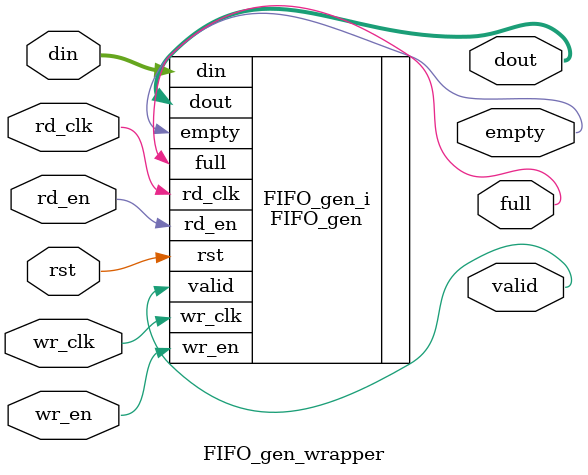
<source format=v>
`timescale 1 ps / 1 ps

module FIFO_gen_wrapper
   (din,
    dout,
    empty,
    full,
    rd_clk,
    rd_en,
    rst,
    valid,
    wr_clk,
    wr_en);
  input [23:0]din;
  output [23:0]dout;
  output empty;
  output full;
  input rd_clk;
  input rd_en;
  input rst;
  output valid;
  input wr_clk;
  input wr_en;

  wire [23:0]din;
  wire [23:0]dout;
  wire empty;
  wire full;
  wire rd_clk;
  wire rd_en;
  wire rst;
  wire valid;
  wire wr_clk;
  wire wr_en;

  FIFO_gen FIFO_gen_i
       (.din(din),
        .dout(dout),
        .empty(empty),
        .full(full),
        .rd_clk(rd_clk),
        .rd_en(rd_en),
        .rst(rst),
        .valid(valid),
        .wr_clk(wr_clk),
        .wr_en(wr_en));
endmodule

</source>
